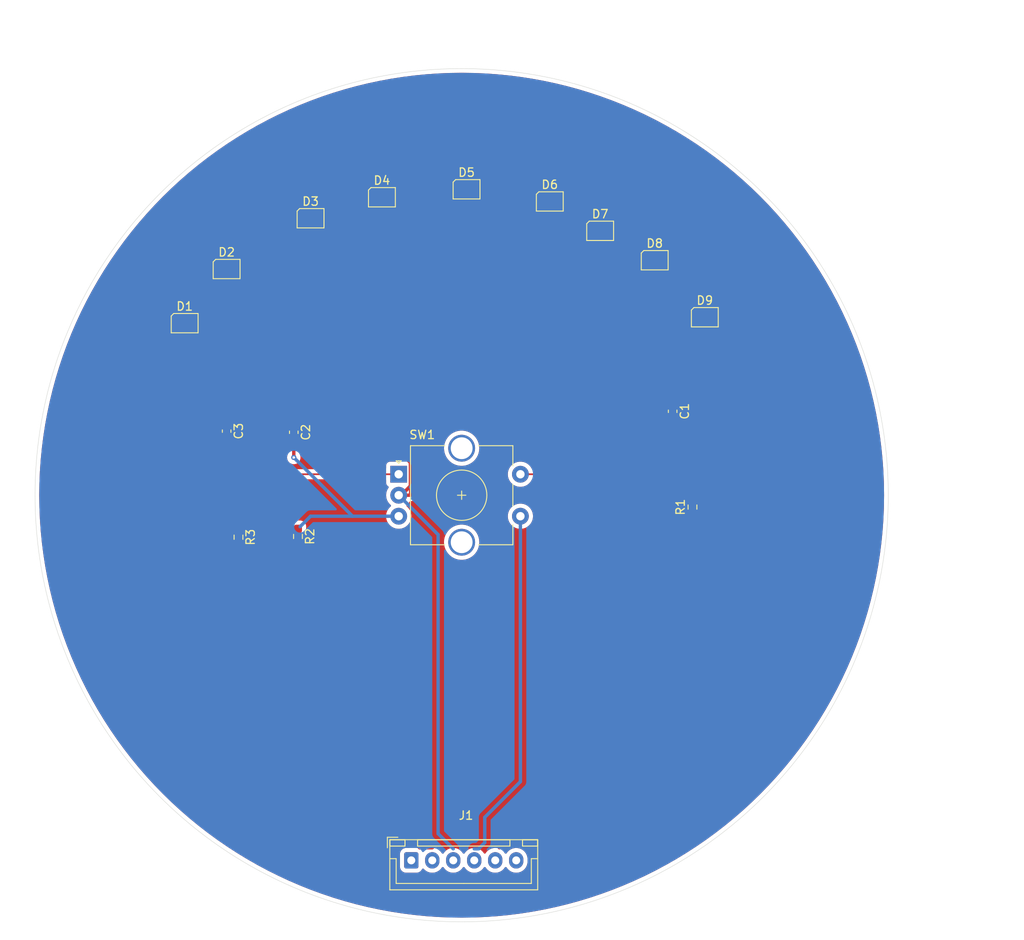
<source format=kicad_pcb>
(kicad_pcb (version 20240108) (generator "pcbnew") (generator_version "8.0")
  (layers (0 "F.Cu" signal) (31 "B.Cu" signal) (34 "B.Paste" user) (35 "F.Paste" user) (36 "B.SilkS" user "B.Silkscreen") (37 "F.SilkS" user "F.Silkscreen") (38 "B.Mask" user) (39 "F.Mask" user) (44 "Edge.Cuts" user))
  (net 0 "")
  (net 1 "/SW")
  (net 2 "+3V3")
  (net 3 "Net-(C2-Pad2)")
  (net 4 "/DC")
  (net 5 "/LED_DATA")
  (net 6 "GND")
  (net 7 "Net-(D1-DOUT)")
  (net 8 "Net-(D2-DOUT)")
  (net 9 "unconnected-(D3-DOUT-Pad1)")
  (footprint "Resistor_SMD:R_0603_1608Metric_Pad0.98x0.95mm_HandSolder" (layer "F.Cu") (at 178 101.4125 90)
    (property "Reference" "R1" (at 0 -1.43 90) (layer "F.SilkS"))
    (property "Value" "10k")
    (fp_line (start -0.254724 -0.5225) (end 0.254724 -0.5225) (stroke (width 0.12)) (layer "F.SilkS"))
    (fp_line (start -0.254724 0.5225) (end 0.254724 0.5225) (stroke (width 0.12)) (layer "F.SilkS"))
    (pad "1" smd roundrect (at -0.9125 0 90) (size 0.975 0.95) (layers "F.Cu" "F.Paste" "F.Mask") (net 1 "/SW"))
    (pad "2" smd roundrect (at 0.9125 0 90) (size 0.975 0.95) (layers "F.Cu" "F.Paste" "F.Mask") (net 6 "GND"))
  )
  (footprint "LED_SMD:LED_WS2812B-2020_PLCC4_2.0x2.0mm" (layer "F.Cu") (at 151.085 63.55)
    (property "Reference" "D5" (at 0 -2 0) (layer "F.SilkS"))
    (property "Value" "WS2812B-2020")
    (fp_line (start -1.6 1.15) (end -1.6 -0.85) (stroke (width 0.12)) (layer "F.SilkS"))
    (fp_line (start -1.6 1.15) (end 1.6 1.15) (stroke (width 0.12)) (layer "F.SilkS"))
    (fp_line (start -1.3 -1.15) (end -1.6 -0.85) (stroke (width 0.12)) (layer "F.SilkS"))
    (fp_line (start -1.3 -1.15) (end 1.6 -1.15) (stroke (width 0.12)) (layer "F.SilkS"))
    (fp_line (start 1.6 -1.15) (end 1.6 1.15) (stroke (width 0.12)) (layer "F.SilkS"))
    (pad "1" smd rect (at -0.915 -0.55) (size 0.7 0.7) (layers "F.Cu" "F.Paste" "F.Mask") (net 8 "Net-(D2-DOUT)"))
    (pad "2" smd rect (at -0.915 0.55) (size 0.7 0.7) (layers "F.Cu" "F.Paste" "F.Mask") (net 6 "GND"))
    (pad "3" smd rect (at 0.915 0.55) (size 0.7 0.7) (layers "F.Cu" "F.Paste" "F.Mask") (net 7 "Net-(D1-DOUT)"))
    (pad "4" smd rect (at 0.915 -0.55) (size 0.7 0.7) (layers "F.Cu" "F.Paste" "F.Mask") (net 2 "+3V3"))
  )
  (footprint "LED_SMD:LED_WS2812B-2020_PLCC4_2.0x2.0mm" (layer "F.Cu") (at 141 64.5)
    (property "Reference" "D4" (at 0 -2 0) (layer "F.SilkS"))
    (property "Value" "WS2812B-2020")
    (fp_line (start -1.6 1.15) (end -1.6 -0.85) (stroke (width 0.12)) (layer "F.SilkS"))
    (fp_line (start -1.6 1.15) (end 1.6 1.15) (stroke (width 0.12)) (layer "F.SilkS"))
    (fp_line (start -1.3 -1.15) (end -1.6 -0.85) (stroke (width 0.12)) (layer "F.SilkS"))
    (fp_line (start -1.3 -1.15) (end 1.6 -1.15) (stroke (width 0.12)) (layer "F.SilkS"))
    (fp_line (start 1.6 -1.15) (end 1.6 1.15) (stroke (width 0.12)) (layer "F.SilkS"))
    (pad "1" smd rect (at -0.915 -0.55) (size 0.7 0.7) (layers "F.Cu" "F.Paste" "F.Mask"))
    (pad "2" smd rect (at -0.915 0.55) (size 0.7 0.7) (layers "F.Cu" "F.Paste" "F.Mask"))
    (pad "3" smd rect (at 0.915 0.55) (size 0.7 0.7) (layers "F.Cu" "F.Paste" "F.Mask"))
    (pad "4" smd rect (at 0.915 -0.55) (size 0.7 0.7) (layers "F.Cu" "F.Paste" "F.Mask"))
  )
  (footprint "Capacitor_SMD:C_0603_1608Metric_Pad1.08x0.95mm_HandSolder" (layer "F.Cu") (at 130.5 92.5 -90)
    (property "Reference" "C2" (at 0 -1.43 90) (layer "F.SilkS"))
    (property "Value" "47nF")
    (fp_line (start -0.146267 0.51) (end 0.146267 0.51) (stroke (width 0.12)) (layer "F.SilkS"))
    (fp_line (start -0.146267 -0.51) (end 0.146267 -0.51) (stroke (width 0.12)) (layer "F.SilkS"))
    (pad "1" smd roundrect (at -0.8625 0 270) (size 1.075 0.95) (layers "F.Cu" "F.Paste" "F.Mask") (net 2 "+3V3"))
    (pad "2" smd roundrect (at 0.8625 0 270) (size 1.075 0.95) (layers "F.Cu" "F.Paste" "F.Mask") (net 3 "Net-(C2-Pad2)"))
  )
  (footprint "Resistor_SMD:R_0603_1608Metric_Pad0.98x0.95mm_HandSolder" (layer "F.Cu") (at 131 104.9125 -90)
    (property "Reference" "R2" (at 0 -1.43 90) (layer "F.SilkS"))
    (property "Value" "10k")
    (fp_line (start -0.254724 0.5225) (end 0.254724 0.5225) (stroke (width 0.12)) (layer "F.SilkS"))
    (fp_line (start -0.254724 -0.5225) (end 0.254724 -0.5225) (stroke (width 0.12)) (layer "F.SilkS"))
    (pad "1" smd roundrect (at -0.9125 0 270) (size 0.975 0.95) (layers "F.Cu" "F.Paste" "F.Mask") (net 3 "Net-(C2-Pad2)"))
    (pad "2" smd roundrect (at 0.9125 0 270) (size 0.975 0.95) (layers "F.Cu" "F.Paste" "F.Mask") (net 6 "GND"))
  )
  (footprint "LED_SMD:LED_WS2812B-2020_PLCC4_2.0x2.0mm" (layer "F.Cu") (at 179.468711 78.793948)
    (property "Reference" "D9" (at 0 -2 0) (layer "F.SilkS"))
    (property "Value" "WS2812B-2020")
    (fp_line (start -1.6 1.15) (end -1.6 -0.85) (stroke (width 0.12)) (layer "F.SilkS"))
    (fp_line (start -1.6 1.15) (end 1.6 1.15) (stroke (width 0.12)) (layer "F.SilkS"))
    (fp_line (start -1.3 -1.15) (end -1.6 -0.85) (stroke (width 0.12)) (layer "F.SilkS"))
    (fp_line (start -1.3 -1.15) (end 1.6 -1.15) (stroke (width 0.12)) (layer "F.SilkS"))
    (fp_line (start 1.6 -1.15) (end 1.6 1.15) (stroke (width 0.12)) (layer "F.SilkS"))
    (pad "1" smd rect (at -0.915 -0.55) (size 0.7 0.7) (layers "F.Cu" "F.Paste" "F.Mask"))
    (pad "2" smd rect (at -0.915 0.55) (size 0.7 0.7) (layers "F.Cu" "F.Paste" "F.Mask"))
    (pad "3" smd rect (at 0.915 0.55) (size 0.7 0.7) (layers "F.Cu" "F.Paste" "F.Mask"))
    (pad "4" smd rect (at 0.915 -0.55) (size 0.7 0.7) (layers "F.Cu" "F.Paste" "F.Mask"))
  )
  (footprint "LED_SMD:LED_WS2812B-2020_PLCC4_2.0x2.0mm" (layer "F.Cu") (at 173.5 72)
    (property "Reference" "D8" (at 0 -2 0) (layer "F.SilkS"))
    (property "Value" "WS2812B-2020")
    (fp_line (start -1.6 1.15) (end -1.6 -0.85) (stroke (width 0.12)) (layer "F.SilkS"))
    (fp_line (start -1.6 1.15) (end 1.6 1.15) (stroke (width 0.12)) (layer "F.SilkS"))
    (fp_line (start -1.3 -1.15) (end -1.6 -0.85) (stroke (width 0.12)) (layer "F.SilkS"))
    (fp_line (start -1.3 -1.15) (end 1.6 -1.15) (stroke (width 0.12)) (layer "F.SilkS"))
    (fp_line (start 1.6 -1.15) (end 1.6 1.15) (stroke (width 0.12)) (layer "F.SilkS"))
    (pad "1" smd rect (at -0.915 -0.55) (size 0.7 0.7) (layers "F.Cu" "F.Paste" "F.Mask") (net 9 "unconnected-(D3-DOUT-Pad1)"))
    (pad "2" smd rect (at -0.915 0.55) (size 0.7 0.7) (layers "F.Cu" "F.Paste" "F.Mask") (net 6 "GND"))
    (pad "3" smd rect (at 0.915 0.55) (size 0.7 0.7) (layers "F.Cu" "F.Paste" "F.Mask") (net 8 "Net-(D2-DOUT)"))
    (pad "4" smd rect (at 0.915 -0.55) (size 0.7 0.7) (layers "F.Cu" "F.Paste" "F.Mask") (net 2 "+3V3"))
  )
  (footprint "Rotary_Encoder:RotaryEncoder_Alps_EC11E-Switch_Vertical_H20mm_CircularMountingHoles" (layer "F.Cu") (at 143 97.5)
    (property "Reference" "SW1" (at 2.8 -4.7 0) (layer "F.SilkS"))
    (property "Value" "RotaryEncoder_Switch_MP")
    (fp_line (start -0.3 -1.6) (end 0.3 -1.6) (stroke (width 0.12)) (layer "F.SilkS"))
    (fp_line (start 0 -1.3) (end -0.3 -1.6) (stroke (width 0.12)) (layer "F.SilkS"))
    (fp_line (start 0.3 -1.6) (end 0 -1.3) (stroke (width 0.12)) (layer "F.SilkS"))
    (fp_line (start 1.4 -3.4) (end 1.4 8.4) (stroke (width 0.12)) (layer "F.SilkS"))
    (fp_line (start 5.5 -3.4) (end 1.4 -3.4) (stroke (width 0.12)) (layer "F.SilkS"))
    (fp_line (start 5.5 8.4) (end 1.4 8.4) (stroke (width 0.12)) (layer "F.SilkS"))
    (fp_line (start 7 2.5) (end 8 2.5) (stroke (width 0.12)) (layer "F.SilkS"))
    (fp_line (start 7.5 2) (end 7.5 3) (stroke (width 0.12)) (layer "F.SilkS"))
    (fp_line (start 9.5 -3.4) (end 13.6 -3.4) (stroke (width 0.12)) (layer "F.SilkS"))
    (fp_line (start 13.6 -3.4) (end 13.6 -1) (stroke (width 0.12)) (layer "F.SilkS"))
    (fp_line (start 13.6 1.2) (end 13.6 3.8) (stroke (width 0.12)) (layer "F.SilkS"))
    (fp_line (start 13.6 6) (end 13.6 8.4) (stroke (width 0.12)) (layer "F.SilkS"))
    (fp_line (start 13.6 8.4) (end 9.5 8.4) (stroke (width 0.12)) (layer "F.SilkS"))
    (fp_circle (center 7.5 2.5) (end 10.5 2.5) (stroke (width 0.12)) (fill none) (layer "F.SilkS"))
    (pad "A" thru_hole rect (at 0 0) (size 2 2) (drill 1) (layers "*.Cu" "*.Mask") (net 4 "/DC"))
    (pad "B" thru_hole circle (at 0 5) (size 2 2) (drill 1) (layers "*.Cu" "*.Mask") (net 3 "Net-(C2-Pad2)"))
    (pad "C" thru_hole circle (at 0 2.5) (size 2 2) (drill 1) (layers "*.Cu" "*.Mask") (net 2 "+3V3"))
    (pad "MP" thru_hole circle (at 7.5 -3.1) (size 3.2 3.2) (drill 2.6) (layers "*.Cu" "*.Mask") (net 6 "GND"))
    (pad "MP" thru_hole circle (at 7.5 8.1) (size 3.2 3.2) (drill 2.6) (layers "*.Cu" "*.Mask") (net 6 "GND"))
    (pad "S1" thru_hole circle (at 14.5 5) (size 2 2) (drill 1) (layers "*.Cu" "*.Mask") (net 2 "+3V3"))
    (pad "S2" thru_hole circle (at 14.5 0) (size 2 2) (drill 1) (layers "*.Cu" "*.Mask") (net 1 "/SW"))
  )
  (footprint "LED_SMD:LED_WS2812B-2020_PLCC4_2.0x2.0mm" (layer "F.Cu") (at 161 65)
    (property "Reference" "D6" (at 0 -2 0) (layer "F.SilkS"))
    (property "Value" "WS2812B-2020")
    (fp_line (start -1.6 1.15) (end -1.6 -0.85) (stroke (width 0.12)) (layer "F.SilkS"))
    (fp_line (start -1.6 1.15) (end 1.6 1.15) (stroke (width 0.12)) (layer "F.SilkS"))
    (fp_line (start -1.3 -1.15) (end -1.6 -0.85) (stroke (width 0.12)) (layer "F.SilkS"))
    (fp_line (start -1.3 -1.15) (end 1.6 -1.15) (stroke (width 0.12)) (layer "F.SilkS"))
    (fp_line (start 1.6 -1.15) (end 1.6 1.15) (stroke (width 0.12)) (layer "F.SilkS"))
    (pad "1" smd rect (at -0.915 -0.55) (size 0.7 0.7) (layers "F.Cu" "F.Paste" "F.Mask"))
    (pad "2" smd rect (at -0.915 0.55) (size 0.7 0.7) (layers "F.Cu" "F.Paste" "F.Mask"))
    (pad "3" smd rect (at 0.915 0.55) (size 0.7 0.7) (layers "F.Cu" "F.Paste" "F.Mask"))
    (pad "4" smd rect (at 0.915 -0.55) (size 0.7 0.7) (layers "F.Cu" "F.Paste" "F.Mask"))
  )
  (footprint "LED_SMD:LED_WS2812B-2020_PLCC4_2.0x2.0mm" (layer "F.Cu") (at 122.5 73.05)
    (property "Reference" "D2" (at 0 -2 0) (layer "F.SilkS"))
    (property "Value" "WS2812B-2020")
    (fp_line (start -1.6 1.15) (end -1.6 -0.85) (stroke (width 0.12)) (layer "F.SilkS"))
    (fp_line (start -1.6 1.15) (end 1.6 1.15) (stroke (width 0.12)) (layer "F.SilkS"))
    (fp_line (start -1.3 -1.15) (end -1.6 -0.85) (stroke (width 0.12)) (layer "F.SilkS"))
    (fp_line (start -1.3 -1.15) (end 1.6 -1.15) (stroke (width 0.12)) (layer "F.SilkS"))
    (fp_line (start 1.6 -1.15) (end 1.6 1.15) (stroke (width 0.12)) (layer "F.SilkS"))
    (pad "1" smd rect (at -0.915 -0.55) (size 0.7 0.7) (layers "F.Cu" "F.Paste" "F.Mask") (net 7 "Net-(D1-DOUT)"))
    (pad "2" smd rect (at -0.915 0.55) (size 0.7 0.7) (layers "F.Cu" "F.Paste" "F.Mask") (net 6 "GND"))
    (pad "3" smd rect (at 0.915 0.55) (size 0.7 0.7) (layers "F.Cu" "F.Paste" "F.Mask") (net 5 "/LED_DATA"))
    (pad "4" smd rect (at 0.915 -0.55) (size 0.7 0.7) (layers "F.Cu" "F.Paste" "F.Mask") (net 2 "+3V3"))
  )
  (footprint "LED_SMD:LED_WS2812B-2020_PLCC4_2.0x2.0mm" (layer "F.Cu") (at 117.5 79.5)
    (property "Reference" "D1" (at 0 -2 0) (layer "F.SilkS"))
    (property "Value" "WS2812B-2020")
    (fp_line (start -1.6 1.15) (end -1.6 -0.85) (stroke (width 0.12)) (layer "F.SilkS"))
    (fp_line (start -1.6 1.15) (end 1.6 1.15) (stroke (width 0.12)) (layer "F.SilkS"))
    (fp_line (start -1.3 -1.15) (end -1.6 -0.85) (stroke (width 0.12)) (layer "F.SilkS"))
    (fp_line (start -1.3 -1.15) (end 1.6 -1.15) (stroke (width 0.12)) (layer "F.SilkS"))
    (fp_line (start 1.6 -1.15) (end 1.6 1.15) (stroke (width 0.12)) (layer "F.SilkS"))
    (pad "1" smd rect (at -0.915 -0.55) (size 0.7 0.7) (layers "F.Cu" "F.Paste" "F.Mask"))
    (pad "2" smd rect (at -0.915 0.55) (size 0.7 0.7) (layers "F.Cu" "F.Paste" "F.Mask"))
    (pad "3" smd rect (at 0.915 0.55) (size 0.7 0.7) (layers "F.Cu" "F.Paste" "F.Mask"))
    (pad "4" smd rect (at 0.915 -0.55) (size 0.7 0.7) (layers "F.Cu" "F.Paste" "F.Mask"))
  )
  (footprint "Connector_JST:JST_XH_B6B-XH-A_1x06_P2.50mm_Vertical" (layer "F.Cu") (at 144.5 143.5)
    (property "Reference" "J1" (at 6.52 -5.35 0) (layer "F.SilkS"))
    (property "Value" "Conn_01x06")
    (fp_line (start -2.85 -2.75) (end -2.85 -1.5) (stroke (width 0.12)) (layer "F.SilkS"))
    (fp_line (start -2.56 -2.46) (end -2.56 3.51) (stroke (width 0.12)) (layer "F.SilkS"))
    (fp_line (start -2.56 3.51) (end 15.06 3.51) (stroke (width 0.12)) (layer "F.SilkS"))
    (fp_line (start -2.55 -2.45) (end -2.55 -1.7) (stroke (width 0.12)) (layer "F.SilkS"))
    (fp_line (start -2.55 -1.7) (end -0.75 -1.7) (stroke (width 0.12)) (layer "F.SilkS"))
    (fp_line (start -2.55 -0.2) (end -1.8 -0.2) (stroke (width 0.12)) (layer "F.SilkS"))
    (fp_line (start -1.8 -0.2) (end -1.8 2.75) (stroke (width 0.12)) (layer "F.SilkS"))
    (fp_line (start -1.8 2.75) (end 6.25 2.75) (stroke (width 0.12)) (layer "F.SilkS"))
    (fp_line (start -1.6 -2.75) (end -2.85 -2.75) (stroke (width 0.12)) (layer "F.SilkS"))
    (fp_line (start -0.75 -2.45) (end -2.55 -2.45) (stroke (width 0.12)) (layer "F.SilkS"))
    (fp_line (start -0.75 -1.7) (end -0.75 -2.45) (stroke (width 0.12)) (layer "F.SilkS"))
    (fp_line (start 0.75 -2.45) (end 0.75 -1.7) (stroke (width 0.12)) (layer "F.SilkS"))
    (fp_line (start 0.75 -1.7) (end 11.75 -1.7) (stroke (width 0.12)) (layer "F.SilkS"))
    (fp_line (start 11.75 -2.45) (end 0.75 -2.45) (stroke (width 0.12)) (layer "F.SilkS"))
    (fp_line (start 11.75 -1.7) (end 11.75 -2.45) (stroke (width 0.12)) (layer "F.SilkS"))
    (fp_line (start 13.25 -2.45) (end 13.25 -1.7) (stroke (width 0.12)) (layer "F.SilkS"))
    (fp_line (start 13.25 -1.7) (end 15.05 -1.7) (stroke (width 0.12)) (layer "F.SilkS"))
    (fp_line (start 14.3 -0.2) (end 14.3 2.75) (stroke (width 0.12)) (layer "F.SilkS"))
    (fp_line (start 14.3 2.75) (end 6.25 2.75) (stroke (width 0.12)) (layer "F.SilkS"))
    (fp_line (start 15.05 -2.45) (end 13.25 -2.45) (stroke (width 0.12)) (layer "F.SilkS"))
    (fp_line (start 15.05 -1.7) (end 15.05 -2.45) (stroke (width 0.12)) (layer "F.SilkS"))
    (fp_line (start 15.05 -0.2) (end 14.3 -0.2) (stroke (width 0.12)) (layer "F.SilkS"))
    (fp_line (start 15.06 -2.46) (end -2.56 -2.46) (stroke (width 0.12)) (layer "F.SilkS"))
    (fp_line (start 15.06 3.51) (end 15.06 -2.46) (stroke (width 0.12)) (layer "F.SilkS"))
    (pad "1" thru_hole roundrect (at 0 0) (size 1.7 1.95) (drill 0.95) (layers "*.Cu" "*.Mask") (roundrect_rratio 0.147059))
    (pad "2" thru_hole oval (at 2.5 0) (size 1.7 1.95) (drill 0.95) (layers "*.Cu" "*.Mask"))
    (pad "3" thru_hole oval (at 5 0) (size 1.7 1.95) (drill 0.95) (layers "*.Cu" "*.Mask"))
    (pad "4" thru_hole oval (at 7.5 0) (size 1.7 1.95) (drill 0.95) (layers "*.Cu" "*.Mask"))
    (pad "5" thru_hole oval (at 10 0) (size 1.7 1.95) (drill 0.95) (layers "*.Cu" "*.Mask"))
    (pad "6" thru_hole oval (at 12.5 0) (size 1.7 1.95) (drill 0.95) (layers "*.Cu" "*.Mask"))
  )
  (footprint "Capacitor_SMD:C_0603_1608Metric_Pad1.08x0.95mm_HandSolder" (layer "F.Cu") (at 175.6375 90 -90)
    (property "Reference" "C1" (at 0 -1.43 90) (layer "F.SilkS"))
    (property "Value" "47nF")
    (fp_line (start -0.146267 0.51) (end 0.146267 0.51) (stroke (width 0.12)) (layer "F.SilkS"))
    (fp_line (start -0.146267 -0.51) (end 0.146267 -0.51) (stroke (width 0.12)) (layer "F.SilkS"))
    (pad "1" smd roundrect (at -0.8625 0 270) (size 1.075 0.95) (layers "F.Cu" "F.Paste" "F.Mask") (net 2 "+3V3"))
    (pad "2" smd roundrect (at 0.8625 0 270) (size 1.075 0.95) (layers "F.Cu" "F.Paste" "F.Mask") (net 1 "/SW"))
  )
  (footprint "Capacitor_SMD:C_0603_1608Metric_Pad1.08x0.95mm_HandSolder" (layer "F.Cu") (at 122.5 92.3625 -90)
    (property "Reference" "C3" (at 0 -1.43 90) (layer "F.SilkS"))
    (property "Value" "47nF")
    (fp_line (start -0.146267 0.51) (end 0.146267 0.51) (stroke (width 0.12)) (layer "F.SilkS"))
    (fp_line (start -0.146267 -0.51) (end 0.146267 -0.51) (stroke (width 0.12)) (layer "F.SilkS"))
    (pad "1" smd roundrect (at -0.8625 0 270) (size 1.075 0.95) (layers "F.Cu" "F.Paste" "F.Mask") (net 2 "+3V3"))
    (pad "2" smd roundrect (at 0.8625 0 270) (size 1.075 0.95) (layers "F.Cu" "F.Paste" "F.Mask") (net 4 "/DC"))
  )
  (footprint "LED_SMD:LED_WS2812B-2020_PLCC4_2.0x2.0mm" (layer "F.Cu") (at 167 68.5)
    (property "Reference" "D7" (at 0 -2 0) (layer "F.SilkS"))
    (property "Value" "WS2812B-2020")
    (fp_line (start -1.6 1.15) (end -1.6 -0.85) (stroke (width 0.12)) (layer "F.SilkS"))
    (fp_line (start -1.6 1.15) (end 1.6 1.15) (stroke (width 0.12)) (layer "F.SilkS"))
    (fp_line (start -1.3 -1.15) (end -1.6 -0.85) (stroke (width 0.12)) (layer "F.SilkS"))
    (fp_line (start -1.3 -1.15) (end 1.6 -1.15) (stroke (width 0.12)) (layer "F.SilkS"))
    (fp_line (start 1.6 -1.15) (end 1.6 1.15) (stroke (width 0.12)) (layer "F.SilkS"))
    (pad "1" smd rect (at -0.915 -0.55) (size 0.7 0.7) (layers "F.Cu" "F.Paste" "F.Mask"))
    (pad "2" smd rect (at -0.915 0.55) (size 0.7 0.7) (layers "F.Cu" "F.Paste" "F.Mask"))
    (pad "3" smd rect (at 0.915 0.55) (size 0.7 0.7) (layers "F.Cu" "F.Paste" "F.Mask"))
    (pad "4" smd rect (at 0.915 -0.55) (size 0.7 0.7) (layers "F.Cu" "F.Paste" "F.Mask"))
  )
  (footprint "Resistor_SMD:R_0603_1608Metric_Pad0.98x0.95mm_HandSolder" (layer "F.Cu") (at 123.9125 105 -90)
    (property "Reference" "R3" (at 0 -1.43 90) (layer "F.SilkS"))
    (property "Value" "10k")
    (fp_line (start -0.254724 0.5225) (end 0.254724 0.5225) (stroke (width 0.12)) (layer "F.SilkS"))
    (fp_line (start -0.254724 -0.5225) (end 0.254724 -0.5225) (stroke (width 0.12)) (layer "F.SilkS"))
    (pad "1" smd roundrect (at -0.9125 0 270) (size 0.975 0.95) (layers "F.Cu" "F.Paste" "F.Mask") (net 4 "/DC"))
    (pad "2" smd roundrect (at 0.9125 0 270) (size 0.975 0.95) (layers "F.Cu" "F.Paste" "F.Mask") (net 6 "GND"))
  )
  (footprint "LED_SMD:LED_WS2812B-2020_PLCC4_2.0x2.0mm" (layer "F.Cu") (at 132.5 67)
    (property "Reference" "D3" (at 0 -2 0) (layer "F.SilkS"))
    (property "Value" "WS2812B-2020")
    (fp_line (start -1.6 1.15) (end -1.6 -0.85) (stroke (width 0.12)) (layer "F.SilkS"))
    (fp_line (start -1.6 1.15) (end 1.6 1.15) (stroke (width 0.12)) (layer "F.SilkS"))
    (fp_line (start -1.3 -1.15) (end -1.6 -0.85) (stroke (width 0.12)) (layer "F.SilkS"))
    (fp_line (start -1.3 -1.15) (end 1.6 -1.15) (stroke (width 0.12)) (layer "F.SilkS"))
    (fp_line (start 1.6 -1.15) (end 1.6 1.15) (stroke (width 0.12)) (layer "F.SilkS"))
    (pad "1" smd rect (at -0.915 -0.55) (size 0.7 0.7) (layers "F.Cu" "F.Paste" "F.Mask"))
    (pad "2" smd rect (at -0.915 0.55) (size 0.7 0.7) (layers "F.Cu" "F.Paste" "F.Mask"))
    (pad "3" smd rect (at 0.915 0.55) (size 0.7 0.7) (layers "F.Cu" "F.Paste" "F.Mask"))
    (pad "4" smd rect (at 0.915 -0.55) (size 0.7 0.7) (layers "F.Cu" "F.Paste" "F.Mask"))
  )
  (gr_circle (center 150.5 100) (end 199.5 86.5) (stroke (width 0.05)) (fill none) (layer "Edge.Cuts"))
  (segment (start 172.135 74.5) (end 173.335 73.3) (width 0.4) (layer "F.Cu") (net 0))
  (segment (start 181.733711 78.233711) (end 181.733711 115.266289) (width 0.4) (layer "F.Cu") (net 0))
  (segment (start 165 71) (end 166 71) (width 0.4) (layer "F.Cu") (net 0))
  (segment (start 167.915 69.085) (end 167.915 69.05) (width 0.4) (layer "F.Cu") (net 0))
  (segment (start 160.085 64.45) (end 160.085 63.415) (width 0.4) (layer "F.Cu") (net 0))
  (segment (start 178.897659 77.9) (end 181.4 77.9) (width 0.4) (layer "F.Cu") (net 0))
  (segment (start 181.4 77.9) (end 181.733711 78.233711) (width 0.4) (layer "F.Cu") (net 0))
  (segment (start 181.733711 115.266289) (end 155 142) (width 0.4) (layer "F.Cu") (net 0))
  (segment (start 164.5 63) (end 164.5 70.5) (width 0.4) (layer "F.Cu") (net 0))
  (segment (start 164.5 70.5) (end 165 71) (width 0.4) (layer "F.Cu") (net 0))
  (segment (start 170.5 67) (end 170.5 74.5) (width 0.4) (layer "F.Cu") (net 0))
  (segment (start 168 64.5) (end 170.5 67) (width 0.4) (layer "F.Cu") (net 0))
  (segment (start 170.5 74.5) (end 172.135 74.5) (width 0.4) (layer "F.Cu") (net 0))
  (segment (start 166.085 66.415) (end 168 64.5) (width 0.4) (layer "F.Cu") (net 0))
  (segment (start 166 71) (end 167.915 69.085) (width 0.4) (layer "F.Cu") (net 0))
  (segment (start 166.085 67.95) (end 166.085 66.415) (width 0.4) (layer "F.Cu") (net 0))
  (segment (start 162.6 62.1) (end 163.6 62.1) (width 0.4) (layer "F.Cu") (net 0))
  (segment (start 160.085 63.415) (end 162 61.5) (width 0.4) (layer "F.Cu") (net 0))
  (segment (start 178.553711 78.243948) (end 178.897659 77.9) (width 0.4) (layer "F.Cu") (net 0))
  (segment (start 173.335 73.3) (end 174.415 73.3) (width 0.4) (layer "F.Cu") (net 0))
  (segment (start 163.6 62.1) (end 164.5 63) (width 0.4) (layer "F.Cu") (net 0))
  (segment (start 162 61.5) (end 162.6 62.1) (width 0.4) (layer "F.Cu") (net 0))
  (segment (start 173.175 97.5) (end 178 102.325) (width 0.2) (layer "F.Cu") (net 1))
  (segment (start 175.6375 90.8625) (end 175.6375 95.0375) (width 0.2) (layer "F.Cu") (net 1))
  (segment (start 175.6375 95.0375) (end 173.175 97.5) (width 0.2) (layer "F.Cu") (net 1))
  (segment (start 157.5 97.5) (end 173.175 97.5) (width 0.2) (layer "F.Cu") (net 1))
  (segment (start 153.5 67) (end 152.75 66.25) (width 0.4) (layer "F.Cu") (net 2))
  (segment (start 118.415 114.915) (end 145.5 142) (width 0.4) (layer "F.Cu") (net 2))
  (segment (start 123 91) (end 122.5 91.5) (width 0.4) (layer "F.Cu") (net 2))
  (segment (start 167 73) (end 167 72.5) (width 0.4) (layer "F.Cu") (net 2))
  (segment (start 168.665 70.835) (end 168.665 68) (width 0.4) (layer "F.Cu") (net 2))
  (segment (start 144.5 90) (end 146 90) (width 0.4) (layer "F.Cu") (net 2))
  (segment (start 139.131028 70.2175) (end 141.924264 67.424264) (width 0.4) (layer "F.Cu") (net 2))
  (segment (start 134.165 68.77) (end 134.165 66.5) (width 0.4) (layer "F.Cu") (net 2))
  (segment (start 155.151472 69.5) (end 160 69.5) (width 0.4) (layer "F.Cu") (net 2))
  (segment (start 144.414213 100) (end 144.414213 96.114213) (width 0.4) (layer "F.Cu") (net 2))
  (segment (start 175 75) (end 175.165 74.835) (width 0.4) (layer "F.Cu") (net 2))
  (segment (start 123 90) (end 123 91) (width 0.4) (layer "F.Cu") (net 2))
  (segment (start 139.9375 91.6375) (end 130.5 91.6375) (width 0.4) (layer "F.Cu") (net 2))
  (segment (start 143.3 100) (end 144.4 98.9) (width 0.4) (layer "F.Cu") (net 2))
  (segment (start 175.165 71.8) (end 174.815 71.45) (width 0.4) (layer "F.Cu") (net 2))
  (segment (start 146.8625 89.1375) (end 175.6375 89.1375) (width 0.4) (layer "F.Cu") (net 2))
  (segment (start 141.924264 67.424264) (end 142.665 66.683528) (width 0.4) (layer "F.Cu") (net 2))
  (segment (start 177.251472 82.6) (end 179.9 82.6) (width 0.4) (layer "F.Cu") (net 2))
  (segment (start 181.133711 81.366289) (end 181.133711 78.5) (width 0.4) (layer "F.Cu") (net 2))
  (segment (start 132.7175 70.2175) (end 139.131028 70.2175) (width 0.4) (layer "F.Cu") (net 2))
  (segment (start 145.5 142) (end 147 142) (width 0.4) (layer "F.Cu") (net 2))
  (segment (start 144.414213 96.114213) (end 139.9375 91.6375) (width 0.4) (layer "F.Cu") (net 2))
  (segment (start 175 76) (end 175 75) (width 0.4) (layer "F.Cu") (net 2))
  (segment (start 153.075736 67.424264) (end 153.5 67) (width 0.4) (layer "F.Cu") (net 2))
  (segment (start 144.4 98.9) (end 144.4 96.1) (width 0.4) (layer "F.Cu") (net 2))
  (segment (start 173 76) (end 173 78.348528) (width 0.4) (layer "F.Cu") (net 2))
  (segment (start 152.4 63) (end 152 63) (width 0.4) (layer "F.Cu") (net 2))
  (segment (start 162.665 68.835) (end 162.665 64.5) (width 0.4) (layer "F.Cu") (net 2))
  (segment (start 163.5 73) (end 167 73) (width 0.4) (layer "F.Cu") (net 2))
  (segment (start 124.165 72.5) (end 123.415 72.5) (width 0.4) (layer "F.Cu") (net 2))
  (segment (start 146 90) (end 146.8625 89.1375) (width 0.4) (layer "F.Cu") (net 2))
  (segment (start 152.75 66.25) (end 152.75 63.35) (width 0.4) (layer "F.Cu") (net 2))
  (segment (start 167 73) (end 170 76) (width 0.4) (layer "F.Cu") (net 2))
  (segment (start 162 69.5) (end 162.665 68.835) (width 0.4) (layer "F.Cu") (net 2))
  (segment (start 118.415 80.05) (end 118.415 114.915) (width 0.4) (layer "F.Cu") (net 2))
  (segment (start 174.815 71.45) (end 174.415 71.45) (width 0.4) (layer "F.Cu") (net 2))
  (segment (start 127.3 79) (end 127.3 75.635) (width 0.4) (layer "F.Cu") (net 2))
  (segment (start 127.3 75.635) (end 132.7175 70.2175) (width 0.4) (layer "F.Cu") (net 2))
  (segment (start 167 72.5) (end 168.665 70.835) (width 0.4) (layer "F.Cu") (net 2))
  (segment (start 173 78.348528) (end 177.251472 82.6) (width 0.4) (layer "F.Cu") (net 2))
  (segment (start 144.4 96.1) (end 127.3 79) (width 0.4) (layer "F.Cu") (net 2))
  (segment (start 142.665 66.683528) (end 142.665 64) (width 0.4) (layer "F.Cu") (net 2))
  (segment (start 127.3 79) (end 119.165 79) (width 0.4) (layer "F.Cu") (net 2))
  (segment (start 127.3 75.635) (end 124.165 72.5) (width 0.4) (layer "F.Cu") (net 2))
  (segment (start 144.4 96.1) (end 138.3 90) (width 0.4) (layer "F.Cu") (net 2))
  (segment (start 160 69.5) (end 162 69.5) (width 0.4) (layer "F.Cu") (net 2))
  (segment (start 160 69.5) (end 163.5 73) (width 0.4) (layer "F.Cu") (net 2))
  (segment (start 132.7175 70.2175) (end 134.165 68.77) (width 0.4) (layer "F.Cu") (net 2))
  (segment (start 179.9 82.6) (end 181.133711 81.366289) (width 0.4) (layer "F.Cu") (net 2))
  (segment (start 170 76) (end 173 76) (width 0.4) (layer "F.Cu") (net 2))
  (segment (start 152.75 63.35) (end 152.4 63) (width 0.4) (layer "F.Cu") (net 2))
  (segment (start 138.3 90) (end 123 90) (width 0.4) (layer "F.Cu") (net 2))
  (segment (start 143 100) (end 143.3 100) (width 0.4) (layer "F.Cu") (net 2))
  (segment (start 143 100) (end 144.414213 100) (width 0.4) (layer "F.Cu") (net 2))
  (segment (start 173 76) (end 175 76) (width 0.4) (layer "F.Cu") (net 2))
  (segment (start 175.165 74.835) (end 175.165 71.8) (width 0.4) (layer "F.Cu") (net 2))
  (segment (start 153.075736 67.424264) (end 155.151472 69.5) (width 0.4) (layer "F.Cu") (net 2))
  (segment (start 141.924264 67.424264) (end 153.075736 67.424264) (width 0.4) (layer "F.Cu") (net 2))
  (segment (start 143.3 100) (end 144.5 98.8) (width 0.4) (layer "F.Cu") (net 2))
  (segment (start 144.5 98.8) (end 144.5 90) (width 0.4) (layer "F.Cu") (net 2))
  (segment (start 147.696384 104.696384) (end 147.696384 140.321384) (width 0.4) (layer "B.Cu") (net 2))
  (segment (start 153.25 138.375) (end 153.25 141.392767) (width 0.4) (layer "B.Cu") (net 2))
  (segment (start 152.517767 142.125) (end 152 142.125) (width 0.4) (layer "B.Cu") (net 2))
  (segment (start 157.5 102.5) (end 157.5 134.125) (width 0.4) (layer "B.Cu") (net 2))
  (segment (start 157.5 134.125) (end 153.25 138.375) (width 0.4) (layer "B.Cu") (net 2))
  (segment (start 147.696384 140.321384) (end 149.5 142.125) (width 0.4) (layer "B.Cu") (net 2))
  (segment (start 143 100) (end 147.696384 104.696384) (width 0.4) (layer "B.Cu") (net 2))
  (segment (start 153.25 141.392767) (end 152.517767 142.125) (width 0.4) (layer "B.Cu") (net 2))
  (segment (start 130.5 95.5) (end 130.5 93.3625) (width 0.4) (layer "F.Cu") (net 3))
  (via (at 130.5 95.5) (size 0.6) (drill 0.3) (layers "F.Cu" "B.Cu") (net 3))
  (segment (start 137.5 102.5) (end 132.5 102.5) (width 0.4) (layer "B.Cu") (net 3))
  (segment (start 132.5 102.5) (end 131.25 103.75) (width 0.4) (layer "B.Cu") (net 3))
  (segment (start 137.5 102.5) (end 130.5 95.5) (width 0.4) (layer "B.Cu") (net 3))
  (segment (start 143 102.5) (end 137.5 102.5) (width 0.4) (layer "B.Cu") (net 3))
  (segment (start 126.775 97.725) (end 123.9125 100.5875) (width 0.2) (layer "F.Cu") (net 4))
  (segment (start 126.775 97.5) (end 126.775 97.725) (width 0.2) (layer "F.Cu") (net 4))
  (segment (start 126.775 97.5) (end 122.5 93.225) (width 0.2) (layer "F.Cu") (net 4))
  (segment (start 123.9125 100.5875) (end 123.9125 104.0875) (width 0.2) (layer "F.Cu") (net 4))
  (segment (start 143 97.5) (end 126.775 97.5) (width 0.2) (layer "F.Cu") (net 4))
  (segment (start 116.55 78.95) (end 116.5 79) (width 0.4) (layer "F.Cu") (net 7))
  (segment (start 140.085 63.95) (end 142.535 61.5) (width 0.4) (layer "F.Cu") (net 7))
  (segment (start 116.585 78.95) (end 116.55 78.95) (width 0.4) (layer "F.Cu") (net 7))
  (segment (start 142 66.5) (end 142 65.135) (width 0.4) (layer "F.Cu") (net 7))
  (segment (start 145 61.5) (end 149.5 66) (width 0.4) (layer "F.Cu") (net 7))
  (segment (start 121.585 72.5) (end 125.785 68.3) (width 0.4) (layer "F.Cu") (net 7))
  (segment (start 142.535 61.5) (end 143 61.5) (width 0.4) (layer "F.Cu") (net 7))
  (segment (start 119 76.5) (end 123.5 76.5) (width 0.4) (layer "F.Cu") (net 7))
  (segment (start 133.5 63.5) (end 136.5 66.5) (width 0.4) (layer "F.Cu") (net 7))
  (segment (start 143 61.5) (end 145 61.5) (width 0.4) (layer "F.Cu") (net 7))
  (segment (start 123.5 76.5) (end 123.5 74.5) (width 0.4) (layer "F.Cu") (net 7))
  (segment (start 136.5 66.5) (end 142 66.5) (width 0.4) (layer "F.Cu") (net 7))
  (segment (start 131.585 66.45) (end 131.585 65.415) (width 0.4) (layer "F.Cu") (net 7))
  (segment (start 125.785 68.3) (end 133.5 68.3) (width 0.4) (layer "F.Cu") (net 7))
  (segment (start 150.65 64.85) (end 152 64.85) (width 0.4) (layer "F.Cu") (net 7))
  (segment (start 142 65.135) (end 141.915 65.05) (width 0.4) (layer "F.Cu") (net 7))
  (segment (start 131.585 65.415) (end 133.5 63.5) (width 0.4) (layer "F.Cu") (net 7))
  (segment (start 116.5 79) (end 119 76.5) (width 0.4) (layer "F.Cu") (net 7))
  (segment (start 149.5 66) (end 150.65 64.85) (width 0.4) (layer "F.Cu") (net 7))
  (segment (start 153.5 60.5) (end 158 65) (width 0.4) (layer "F.Cu") (net 8))
  (segment (start 150.17 63) (end 152.67 60.5) (width 0.4) (layer "F.Cu") (net 8))
  (segment (start 158 67.5) (end 162 67.5) (width 0.4) (layer "F.Cu") (net 8))
  (segment (start 162 67.5) (end 162 66.3) (width 0.4) (layer "F.Cu") (net 8))
  (segment (start 158 65) (end 158 67.5) (width 0.4) (layer "F.Cu") (net 8))
  (segment (start 152.67 60.5) (end 153.5 60.5) (width 0.4) (layer "F.Cu") (net 8))
  (segment (start 180 81) (end 180.5 80.5) (width 0.4) (layer "F.Cu") (net 9))
  (segment (start 175.035 69) (end 175.5 69) (width 0.4) (layer "F.Cu") (net 9))
  (segment (start 180.5 80.5) (end 180.5 80.093948) (width 0.4) (layer "F.Cu") (net 9))
  (segment (start 175.5 69) (end 176.5 70) (width 0.4) (layer "F.Cu") (net 9))
  (segment (start 179.5 82) (end 180 81.5) (width 0.4) (layer "F.Cu") (net 9))
  (segment (start 176.5 70) (end 176.5 81) (width 0.4) (layer "F.Cu") (net 9))
  (segment (start 172.585 71.45) (end 175.035 69) (width 0.4) (layer "F.Cu") (net 9))
  (segment (start 177.5 82) (end 179.5 82) (width 0.4) (layer "F.Cu") (net 9))
  (segment (start 176.5 81) (end 177.5 82) (width 0.4) (layer "F.Cu") (net 9))
  (segment (start 180 81.5) (end 180 81) (width 0.4) (layer "F.Cu") (net 9))
  (zone (net 0) (net_name "") (layers "F&B.Cu") (connect_pads (clearance 0.5)) (min_thickness 0.25) (fill yes (thermal_gap 0.5) (thermal_bridge_width 0.5) (island_removal_mode 1) (island_area_min 10))
    (polygon (pts (xy 97 48) (xy 161 41) (xy 217.5 66.5) (xy 208 153) (xy 95.5 151.5)))
  )
)
</source>
